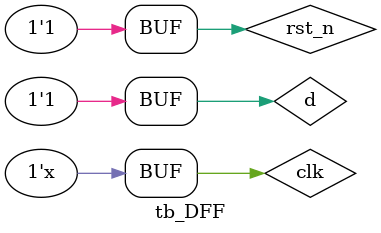
<source format=sv>
module sim;

    initial begin
        $dumpfile("dump.vcd");
        $dumpvars;
        #100
        $finish;
    end

endmodule

module tb_DFF;

    reg d, rst_n, clk;
    wire q;

    DFF dff(.din(d), .rst_n(rst_n), .clk(clk), .q(q));

    always #5 clk = ~clk;

    initial begin
        clk = 1'b0;
        d = 1'b1;
        rst_n = 1'b1;
        #3
        rst_n = 1'b0;
        #8
        rst_n = 1'b1;
        #14
        d = 1'b0;
        #7
        d = 1'b1;
    end

endmodule

</source>
